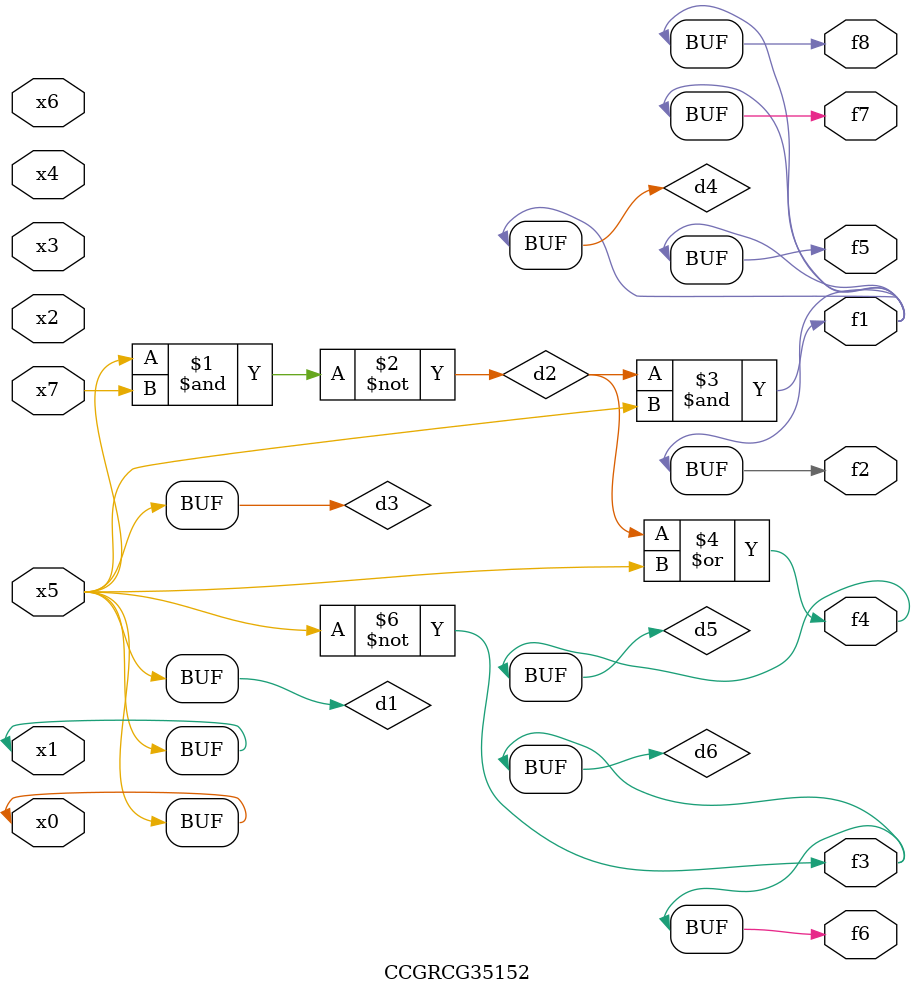
<source format=v>
module CCGRCG35152(
	input x0, x1, x2, x3, x4, x5, x6, x7,
	output f1, f2, f3, f4, f5, f6, f7, f8
);

	wire d1, d2, d3, d4, d5, d6;

	buf (d1, x0, x5);
	nand (d2, x5, x7);
	buf (d3, x0, x1);
	and (d4, d2, d3);
	or (d5, d2, d3);
	nor (d6, d1, d3);
	assign f1 = d4;
	assign f2 = d4;
	assign f3 = d6;
	assign f4 = d5;
	assign f5 = d4;
	assign f6 = d6;
	assign f7 = d4;
	assign f8 = d4;
endmodule

</source>
